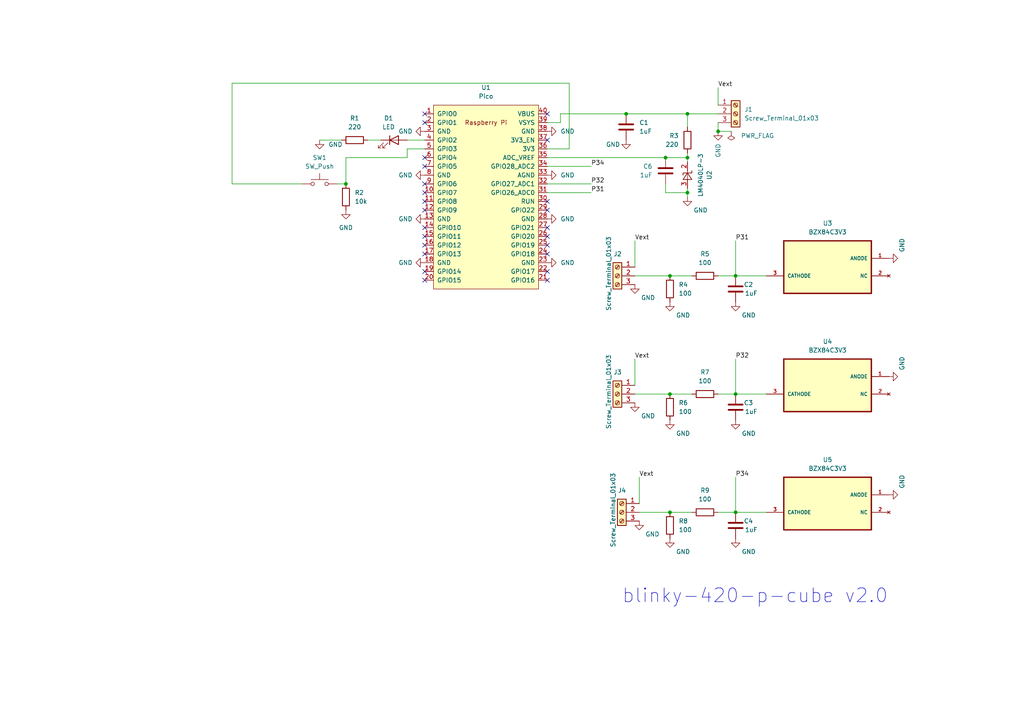
<source format=kicad_sch>
(kicad_sch (version 20230121) (generator eeschema)
  (paper "A4")
  (lib_symbols
    (symbol "BZX84C3V3:BZX84C3V3" (pin_names (offset 1.016))
      (property "Reference" "U" (at -5.2093 8.0045 0))
      (property "Value" "BZX84C3V3" (at -3.7961 -15.0823 0))
      (symbol "BZX84C3V3_0_0"
        (rectangle (start -12.7 -10.16) (end 12.7 5.08) (stroke (width 0.4064)) (fill (type background)))
        (pin passive line (at -17.78 0 0) (length 5.08) (name "ANODE") (number "1"))
        (pin no_connect line (at -17.78 -5.08 0) (length 5.08) (name "NC") (number "2"))
        (pin passive line (at 17.78 -5.08 180) (length 5.08) (name "CATHODE") (number "3"))
      )
    )
    (symbol "Connector:Screw_Terminal_01x03" (pin_names (offset 1.016) hide)
      (property "Reference" "J" (at 0 5.08 0))
      (property "Value" "Screw_Terminal_01x03" (at 0 -5.08 0))
      (symbol "Screw_Terminal_01x03_1_1"
        (rectangle (start -1.27 3.81) (end 1.27 -3.81) (stroke (width 0.254)) (fill (type background)))
        (circle (center 0 -2.54) (radius 0.635) (stroke (width 0.1524)))
        (polyline (pts (xy -0.5334 -2.2098) (xy 0.3302 -3.048)) (stroke (width 0.1524)))
        (polyline (pts (xy -0.5334 0.3302) (xy 0.3302 -0.508)) (stroke (width 0.1524)))
        (polyline (pts (xy -0.5334 2.8702) (xy 0.3302 2.032)) (stroke (width 0.1524)))
        (polyline (pts (xy -0.3556 -2.032) (xy 0.508 -2.8702)) (stroke (width 0.1524)))
        (polyline (pts (xy -0.3556 0.508) (xy 0.508 -0.3302)) (stroke (width 0.1524)))
        (polyline (pts (xy -0.3556 3.048) (xy 0.508 2.2098)) (stroke (width 0.1524)))
        (circle (center 0 0) (radius 0.635) (stroke (width 0.1524)))
        (circle (center 0 2.54) (radius 0.635) (stroke (width 0.1524)))
        (pin passive line (at -5.08 2.54 0) (length 3.81) (name "Pin_1") (number "1"))
        (pin passive line (at -5.08 0 0) (length 3.81) (name "Pin_2") (number "2"))
        (pin passive line (at -5.08 -2.54 0) (length 3.81) (name "Pin_3") (number "3"))
      )
    )
    (symbol "Device:C" (pin_numbers hide) (pin_names (offset 0.254))
      (property "Reference" "C" (at 0.635 2.54 0))
      (property "Value" "C" (at 0.635 -2.54 0))
      (symbol "C_0_1"
        (polyline (pts (xy -2.032 -0.762) (xy 2.032 -0.762)) (stroke (width 0.508)))
        (polyline (pts (xy -2.032 0.762) (xy 2.032 0.762)) (stroke (width 0.508)))
      )
      (symbol "C_1_1"
        (pin passive line (at 0 3.81 270) (length 2.794) (name "~") (number "1"))
        (pin passive line (at 0 -3.81 90) (length 2.794) (name "~") (number "2"))
      )
    )
    (symbol "Device:LED" (pin_numbers hide) (pin_names (offset 1.016) hide)
      (property "Reference" "D" (at 0 2.54 0))
      (property "Value" "LED" (at 0 -2.54 0))
      (symbol "LED_0_1"
        (polyline (pts (xy -1.27 -1.27) (xy -1.27 1.27)) (stroke (width 0.254)))
        (polyline (pts (xy -1.27 0) (xy 1.27 0)))
        (polyline (pts (xy 1.27 -1.27) (xy 1.27 1.27) (xy -1.27 0) (xy 1.27 -1.27)) (stroke (width 0.254)))
        (polyline (pts (xy -3.048 -0.762) (xy -4.572 -2.286) (xy -3.81 -2.286) (xy -4.572 -2.286) (xy -4.572 -1.524)))
        (polyline (pts (xy -1.778 -0.762) (xy -3.302 -2.286) (xy -2.54 -2.286) (xy -3.302 -2.286) (xy -3.302 -1.524)))
      )
      (symbol "LED_1_1"
        (pin passive line (at -3.81 0 0) (length 2.54) (name "K") (number "1"))
        (pin passive line (at 3.81 0 180) (length 2.54) (name "A") (number "2"))
      )
    )
    (symbol "Device:R" (pin_numbers hide) (pin_names (offset 0))
      (property "Reference" "R" (at 2.032 0 90))
      (property "Value" "R" (at 0 0 90))
      (symbol "R_0_1"
        (rectangle (start -1.016 -2.54) (end 1.016 2.54) (stroke (width 0.254)))
      )
      (symbol "R_1_1"
        (pin passive line (at 0 3.81 270) (length 1.27) (name "~") (number "1"))
        (pin passive line (at 0 -3.81 90) (length 1.27) (name "~") (number "2"))
      )
    )
    (symbol "MCU_RaspberryPi_and_Boards:Pico" (pin_names (offset 1.016))
      (property "Reference" "U1" (at 0 31.75 0))
      (property "Value" "Pico" (at 0 29.21 0))
      (symbol "Pico_0_0"
        (text "Raspberry Pi" (at 0 21.59 0) (effects (font (size 1.27 1.27))))
      )
      (symbol "Pico_0_1"
        (rectangle (start -15.24 26.67) (end 15.24 -26.67) (fill (type background)))
      )
      (symbol "Pico_1_1"
        (pin bidirectional line (at -17.78 24.13 0) (length 2.54) (name "GPIO0") (number "1"))
        (pin bidirectional line (at -17.78 1.27 0) (length 2.54) (name "GPIO7") (number "10"))
        (pin bidirectional line (at -17.78 -1.27 0) (length 2.54) (name "GPIO8") (number "11"))
        (pin bidirectional line (at -17.78 -3.81 0) (length 2.54) (name "GPIO9") (number "12"))
        (pin power_in line (at -17.78 -6.35 0) (length 2.54) (name "GND") (number "13"))
        (pin bidirectional line (at -17.78 -8.89 0) (length 2.54) (name "GPIO10") (number "14"))
        (pin bidirectional line (at -17.78 -11.43 0) (length 2.54) (name "GPIO11") (number "15"))
        (pin bidirectional line (at -17.78 -13.97 0) (length 2.54) (name "GPIO12") (number "16"))
        (pin bidirectional line (at -17.78 -16.51 0) (length 2.54) (name "GPIO13") (number "17"))
        (pin power_in line (at -17.78 -19.05 0) (length 2.54) (name "GND") (number "18"))
        (pin bidirectional line (at -17.78 -21.59 0) (length 2.54) (name "GPIO14") (number "19"))
        (pin bidirectional line (at -17.78 21.59 0) (length 2.54) (name "GPIO1") (number "2"))
        (pin bidirectional line (at -17.78 -24.13 0) (length 2.54) (name "GPIO15") (number "20"))
        (pin bidirectional line (at 17.78 -24.13 180) (length 2.54) (name "GPIO16") (number "21"))
        (pin bidirectional line (at 17.78 -21.59 180) (length 2.54) (name "GPIO17") (number "22"))
        (pin power_in line (at 17.78 -19.05 180) (length 2.54) (name "GND") (number "23"))
        (pin bidirectional line (at 17.78 -16.51 180) (length 2.54) (name "GPIO18") (number "24"))
        (pin bidirectional line (at 17.78 -13.97 180) (length 2.54) (name "GPIO19") (number "25"))
        (pin bidirectional line (at 17.78 -11.43 180) (length 2.54) (name "GPIO20") (number "26"))
        (pin bidirectional line (at 17.78 -8.89 180) (length 2.54) (name "GPIO21") (number "27"))
        (pin power_in line (at 17.78 -6.35 180) (length 2.54) (name "GND") (number "28"))
        (pin bidirectional line (at 17.78 -3.81 180) (length 2.54) (name "GPIO22") (number "29"))
        (pin power_in line (at -17.78 19.05 0) (length 2.54) (name "GND") (number "3"))
        (pin input line (at 17.78 -1.27 180) (length 2.54) (name "RUN") (number "30"))
        (pin bidirectional line (at 17.78 1.27 180) (length 2.54) (name "GPIO26_ADC0") (number "31"))
        (pin bidirectional line (at 17.78 3.81 180) (length 2.54) (name "GPIO27_ADC1") (number "32"))
        (pin power_in line (at 17.78 6.35 180) (length 2.54) (name "AGND") (number "33"))
        (pin bidirectional line (at 17.78 8.89 180) (length 2.54) (name "GPIO28_ADC2") (number "34"))
        (pin input line (at 17.78 11.43 180) (length 2.54) (name "ADC_VREF") (number "35"))
        (pin output line (at 17.78 13.97 180) (length 2.54) (name "3V3") (number "36"))
        (pin input line (at 17.78 16.51 180) (length 2.54) (name "3V3_EN") (number "37"))
        (pin bidirectional line (at 17.78 19.05 180) (length 2.54) (name "GND") (number "38"))
        (pin output line (at 17.78 21.59 180) (length 2.54) (name "VSYS") (number "39"))
        (pin bidirectional line (at -17.78 16.51 0) (length 2.54) (name "GPIO2") (number "4"))
        (pin power_in line (at 17.78 24.13 180) (length 2.54) (name "VBUS") (number "40"))
        (pin bidirectional line (at -17.78 13.97 0) (length 2.54) (name "GPIO3") (number "5"))
        (pin bidirectional line (at -17.78 11.43 0) (length 2.54) (name "GPIO4") (number "6"))
        (pin bidirectional line (at -17.78 8.89 0) (length 2.54) (name "GPIO5") (number "7"))
        (pin power_in line (at -17.78 6.35 0) (length 2.54) (name "GND") (number "8"))
        (pin bidirectional line (at -17.78 3.81 0) (length 2.54) (name "GPIO6") (number "9"))
      )
    )
    (symbol "Reference_Voltage:LM4040LP-3" (pin_names (offset 0.0254) hide)
      (property "Reference" "U" (at 0 2.54 0))
      (property "Value" "LM4040LP-3" (at 0 -3.175 0))
      (symbol "LM4040LP-3_0_1"
        (polyline (pts (xy -1.27 0) (xy 0 0) (xy 1.27 0)))
        (polyline (pts (xy -1.27 -1.27) (xy 0.635 0) (xy -1.27 1.27) (xy -1.27 -1.27)) (stroke (width 0.2032)))
        (polyline (pts (xy 0 -1.27) (xy 0.635 -1.27) (xy 0.635 1.27) (xy 1.27 1.27)) (stroke (width 0.2032)))
      )
      (symbol "LM4040LP-3_1_1"
        (pin passive line (at 3.81 0 180) (length 2.54) (name "K") (number "2"))
        (pin passive line (at -3.81 0 0) (length 2.54) (name "A") (number "3"))
      )
    )
    (symbol "Switch:SW_Push" (pin_numbers hide) (pin_names (offset 1.016) hide)
      (property "Reference" "SW" (at 1.27 2.54 0))
      (property "Value" "SW_Push" (at 0 -1.524 0))
      (symbol "SW_Push_0_1"
        (circle (center -2.032 0) (radius 0.508))
        (polyline (pts (xy 0 1.27) (xy 0 3.048)))
        (polyline (pts (xy 2.54 1.27) (xy -2.54 1.27)))
        (circle (center 2.032 0) (radius 0.508))
        (pin passive line (at -5.08 0 0) (length 2.54) (name "1") (number "1"))
        (pin passive line (at 5.08 0 180) (length 2.54) (name "2") (number "2"))
      )
    )
    (symbol "power:GND" (power) (pin_names (offset 0))
      (property "Value" "GND" (at 0 -3.81 0))
      (symbol "GND_0_1"
        (polyline (pts (xy 0 0) (xy 0 -1.27) (xy 1.27 -1.27) (xy 0 -2.54) (xy -1.27 -1.27) (xy 0 -1.27)))
      )
      (symbol "GND_1_1"
        (pin power_in line (at 0 0 270) (length 0) hide (name "GND") (number "1"))
      )
    )
    (symbol "power:PWR_FLAG" (power) (pin_numbers hide) (pin_names (offset 0) hide)
      (property "Value" "PWR_FLAG" (at 0 3.81 0))
      (symbol "PWR_FLAG_0_0"
        (pin power_out line (at 0 0 90) (length 0) (name "pwr") (number "1"))
      )
      (symbol "PWR_FLAG_0_1"
        (polyline (pts (xy 0 0) (xy 0 1.27) (xy -1.016 1.905) (xy 0 2.54) (xy 1.016 1.905) (xy 0 1.27)))
      )
    )
  )
  (junction (at 199.39 55.88))
  (junction (at 199.39 33.02))
  (junction (at 194.31 148.59))
  (junction (at 193.04 45.72))
  (junction (at 213.36 148.59))
  (junction (at 208.28 38.1))
  (junction (at 181.61 33.02))
  (junction (at 213.36 80.01))
  (junction (at 194.31 80.01))
  (junction (at 199.39 45.72))
  (junction (at 194.31 114.3))
  (junction (at 100.33 53.34))
  (junction (at 213.36 114.3))
  (no_connect (at 123.19 33.02))
  (no_connect (at 158.75 60.96))
  (no_connect (at 158.75 78.74))
  (no_connect (at 123.19 45.72))
  (no_connect (at 158.75 33.02))
  (no_connect (at 123.19 66.04))
  (no_connect (at 158.75 81.28))
  (no_connect (at 158.75 58.42))
  (no_connect (at 123.19 48.26))
  (no_connect (at 158.75 66.04))
  (no_connect (at 123.19 55.88))
  (no_connect (at 123.19 53.34))
  (no_connect (at 123.19 73.66))
  (no_connect (at 123.19 58.42))
  (no_connect (at 123.19 81.28))
  (no_connect (at 123.19 60.96))
  (no_connect (at 158.75 71.12))
  (no_connect (at 123.19 68.58))
  (no_connect (at 123.19 35.56))
  (no_connect (at 123.19 78.74))
  (no_connect (at 158.75 68.58))
  (no_connect (at 158.75 73.66))
  (no_connect (at 158.75 40.64))
  (no_connect (at 123.19 71.12))
  (wire (pts (xy 118.11 45.72) (xy 100.33 45.72)))
  (wire (pts (xy 118.11 43.18) (xy 118.11 45.72)))
  (wire (pts (xy 213.36 138.43) (xy 213.36 148.59)))
  (wire (pts (xy 184.15 114.3) (xy 194.31 114.3)))
  (wire (pts (xy 193.04 55.88) (xy 199.39 55.88)))
  (wire (pts (xy 194.31 114.3) (xy 200.66 114.3)))
  (wire (pts (xy 208.28 35.56) (xy 208.28 38.1)))
  (wire (pts (xy 208.28 25.4) (xy 208.28 30.48)))
  (wire (pts (xy 158.75 48.26) (xy 171.45 48.26)))
  (wire (pts (xy 208.28 80.01) (xy 213.36 80.01)))
  (wire (pts (xy 181.61 33.02) (xy 199.39 33.02)))
  (wire (pts (xy 158.75 43.18) (xy 165.1 43.18)))
  (wire (pts (xy 199.39 33.02) (xy 208.28 33.02)))
  (wire (pts (xy 199.39 45.72) (xy 193.04 45.72)))
  (wire (pts (xy 100.33 45.72) (xy 100.33 53.34)))
  (wire (pts (xy 185.42 148.59) (xy 194.31 148.59)))
  (wire (pts (xy 106.68 40.64) (xy 110.49 40.64)))
  (wire (pts (xy 208.28 148.59) (xy 213.36 148.59)))
  (wire (pts (xy 184.15 69.85) (xy 184.15 77.47)))
  (wire (pts (xy 92.71 40.64) (xy 99.06 40.64)))
  (wire (pts (xy 213.36 69.85) (xy 213.36 80.01)))
  (wire (pts (xy 194.31 80.01) (xy 200.66 80.01)))
  (wire (pts (xy 199.39 55.88) (xy 199.39 57.15)))
  (wire (pts (xy 199.39 45.72) (xy 199.39 46.99)))
  (wire (pts (xy 194.31 148.59) (xy 200.66 148.59)))
  (wire (pts (xy 97.79 53.34) (xy 100.33 53.34)))
  (wire (pts (xy 185.42 138.43) (xy 185.42 146.05)))
  (wire (pts (xy 123.19 43.18) (xy 118.11 43.18)))
  (wire (pts (xy 158.75 35.56) (xy 162.56 35.56)))
  (wire (pts (xy 213.36 148.59) (xy 222.25 148.59)))
  (wire (pts (xy 184.15 104.14) (xy 184.15 111.76)))
  (wire (pts (xy 213.36 80.01) (xy 222.25 80.01)))
  (wire (pts (xy 158.75 45.72) (xy 193.04 45.72)))
  (wire (pts (xy 184.15 80.01) (xy 194.31 80.01)))
  (wire (pts (xy 67.31 53.34) (xy 87.63 53.34)))
  (wire (pts (xy 165.1 43.18) (xy 165.1 24.13)))
  (wire (pts (xy 208.28 114.3) (xy 213.36 114.3)))
  (wire (pts (xy 158.75 53.34) (xy 171.45 53.34)))
  (wire (pts (xy 213.36 114.3) (xy 222.25 114.3)))
  (wire (pts (xy 213.36 104.14) (xy 213.36 114.3)))
  (wire (pts (xy 158.75 55.88) (xy 171.45 55.88)))
  (wire (pts (xy 67.31 24.13) (xy 67.31 53.34)))
  (wire (pts (xy 118.11 40.64) (xy 123.19 40.64)))
  (wire (pts (xy 199.39 33.02) (xy 199.39 36.83)))
  (wire (pts (xy 199.39 54.61) (xy 199.39 55.88)))
  (wire (pts (xy 208.28 38.1) (xy 212.09 38.1)))
  (wire (pts (xy 162.56 33.02) (xy 181.61 33.02)))
  (wire (pts (xy 165.1 24.13) (xy 67.31 24.13)))
  (wire (pts (xy 199.39 44.45) (xy 199.39 45.72)))
  (wire (pts (xy 193.04 53.34) (xy 193.04 55.88)))
  (wire (pts (xy 162.56 35.56) (xy 162.56 33.02)))
  (text "blinky-420-p-cube v2.0" (at 180.34 175.26 0) (effects (font (size 4 4)) (justify left bottom)))
  (label "Vext" (at 184.15 104.14 0))
  (label "P32" (at 171.45 53.34 0))
  (label "Vext" (at 185.42 138.43 0))
  (label "P32" (at 213.36 104.14 0))
  (label "Vext" (at 184.15 69.85 0))
  (label "P34" (at 213.36 138.43 0))
  (label "P31" (at 171.45 55.88 0))
  (label "P34" (at 171.45 48.26 0))
  (label "P31" (at 213.36 69.85 0))
  (label "Vext" (at 208.28 25.4 0))
  (symbol (lib_id "power:GND") (at 123.19 38.1 270) (unit 1)
    (property "Reference" "#PWR03" (effects hide))
    (property "Value" "GND" (at 115.57 38.1 90) (effects (justify left)))
  )
  (symbol (lib_id "Device:R") (at 100.33 57.15 0) (unit 1)
    (property "Reference" "R2" (at 102.87 55.8799 0) (effects (justify left)))
    (property "Value" "10k" (at 102.87 58.4199 0) (effects (justify left)))
    (property "Footprint" "Resistor_SMD:R_1206_3216Metric_Pad1.30x1.75mm_HandSolder" (effects hide))
  )
  (symbol (lib_id "Device:C") (at 181.61 36.83 0) (unit 1)
    (property "Reference" "C1" (at 185.42 35.5599 0) (effects (justify left)))
    (property "Value" "1uF" (at 185.42 38.0999 0) (effects (justify left)))
    (property "Footprint" "Capacitor_SMD:C_1206_3216Metric_Pad1.33x1.80mm_HandSolder" (effects hide))
  )
  (symbol (lib_id "MCU_RaspberryPi_and_Boards:Pico") (at 140.97 57.15 0) (unit 1)
    (property "Reference" "U1" (at 140.97 25.4 0))
    (property "Value" "Pico" (at 140.97 27.94 0))
    (property "Footprint" "MCU_RaspberryPi_and_Boards:RPi_Pico_SMD_TH" (effects hide))
  )
  (symbol (lib_id "power:GND") (at 158.75 50.8 90) (unit 1)
    (property "Reference" "#PWR08" (effects hide))
    (property "Value" "GND" (at 162.56 50.7999 90) (effects (justify right)))
  )
  (symbol (lib_id "power:GND") (at 92.71 40.64 0) (unit 1)
    (property "Reference" "#PWR01" (effects hide))
    (property "Value" "GND" (at 95.25 41.9099 0) (effects (justify left)))
  )
  (symbol (lib_id "power:GND") (at 123.19 50.8 270) (unit 1)
    (property "Reference" "#PWR04" (effects hide))
    (property "Value" "GND" (at 115.57 50.8 90) (effects (justify left)))
  )
  (symbol (lib_id "Device:C") (at 213.36 118.11 0) (mirror y) (unit 1)
    (property "Reference" "C3" (at 218.44 116.84 0) (effects (justify left)))
    (property "Value" "1uF" (at 219.71 119.38 0) (effects (justify left)))
    (property "Footprint" "Capacitor_SMD:C_1206_3216Metric_Pad1.33x1.80mm_HandSolder" (effects hide))
  )
  (symbol (lib_id "Connector:Screw_Terminal_01x03") (at 179.07 80.01 0) (mirror y) (unit 1)
    (property "Reference" "J2" (at 180.34 73.66 0) (effects (justify left)))
    (property "Value" "Screw_Terminal_01x03" (at 176.53 90.17 90) (effects (justify left)))
    (property "Footprint" "TerminalBlock:TerminalBlock_bornier-3_P5.08mm" (effects hide))
  )
  (symbol (lib_id "BZX84C3V3:BZX84C3V3") (at 240.03 143.51 0) (mirror y) (unit 1)
    (property "Reference" "U5" (at 240.03 133.35 0))
    (property "Value" "BZX84C3V3" (at 240.03 135.89 0))
    (property "Footprint" "BZX84C3V3:SOT91P240X110-3N" (effects hide))
    (property "MF" "ON Semiconductor" (effects hide))
    (property "Description" "\nZener Diode 3.3 V 225 mW ±6% Surface Mount SOT-23-3 (TO-236)\n" (effects hide))
    (property "PACKAGE" "SOT-23-3" (effects hide))
    (property "MPN" "BZX84C3V3" (effects hide))
    (property "Price" "None" (effects hide))
    (property "Package" "SOT-23-3 ON Semiconductor" (effects hide))
    (property "OC_FARNELL" "1902458" (effects hide))
    (property "SnapEDA_Link" "https://www.snapeda.com/parts/BZX84-C3V3/Onsemi/view-part/?ref=snap" (effects hide))
    (property "MP" "BZX84-C3V3" (effects hide))
    (property "SUPPLIER" "DIODES INC." (effects hide))
    (property "OC_NEWARK" "55T1793" (effects hide))
    (property "Availability" "In Stock" (effects hide))
    (property "Check_prices" "https://www.snapeda.com/parts/BZX84-C3V3/Onsemi/view-part/?ref=eda" (effects hide))
  )
  (symbol (lib_id "power:GND") (at 213.36 121.92 0) (mirror y) (unit 1)
    (property "Reference" "#PWR019" (effects hide))
    (property "Value" "GND" (at 217.17 125.73 0))
  )
  (symbol (lib_id "power:GND") (at 184.15 116.84 0) (mirror y) (unit 1)
    (property "Reference" "#PWR024" (effects hide))
    (property "Value" "GND" (at 187.96 120.65 0))
  )
  (symbol (lib_id "Device:R") (at 194.31 152.4 180) (unit 1)
    (property "Reference" "R8" (at 196.85 151.13 0) (effects (justify right)))
    (property "Value" "100" (at 196.85 153.67 0) (effects (justify right)))
    (property "Footprint" "Resistor_SMD:R_1206_3216Metric_Pad1.30x1.75mm_HandSolder" (effects hide))
  )
  (symbol (lib_id "power:GND") (at 194.31 156.21 0) (mirror y) (unit 1)
    (property "Reference" "#PWR021" (effects hide))
    (property "Value" "GND" (at 198.12 160.02 0))
  )
  (symbol (lib_id "Device:R") (at 199.39 40.64 0) (mirror y) (unit 1)
    (property "Reference" "R3" (at 196.85 39.3699 0) (effects (justify left)))
    (property "Value" "220" (at 196.85 41.9099 0) (effects (justify left)))
    (property "Footprint" "Resistor_SMD:R_1206_3216Metric_Pad1.30x1.75mm_HandSolder" (effects hide))
  )
  (symbol (lib_id "power:GND") (at 123.19 76.2 270) (unit 1)
    (property "Reference" "#PWR06" (effects hide))
    (property "Value" "GND" (at 115.57 76.2 90) (effects (justify left)))
  )
  (symbol (lib_id "power:GND") (at 199.39 57.15 0) (mirror y) (unit 1)
    (property "Reference" "#PWR013" (effects hide))
    (property "Value" "GND" (at 203.2 60.96 0))
  )
  (symbol (lib_id "Device:R") (at 204.47 114.3 270) (unit 1)
    (property "Reference" "R7" (at 204.47 107.95 90))
    (property "Value" "100" (at 204.47 110.49 90))
    (property "Footprint" "Resistor_SMD:R_1206_3216Metric_Pad1.30x1.75mm_HandSolder" (effects hide))
  )
  (symbol (lib_id "power:GND") (at 194.31 121.92 0) (mirror y) (unit 1)
    (property "Reference" "#PWR018" (effects hide))
    (property "Value" "GND" (at 198.12 125.73 0))
  )
  (symbol (lib_id "Device:R") (at 194.31 83.82 180) (unit 1)
    (property "Reference" "R4" (at 196.85 82.55 0) (effects (justify right)))
    (property "Value" "100" (at 196.85 85.09 0) (effects (justify right)))
    (property "Footprint" "Resistor_SMD:R_1206_3216Metric_Pad1.30x1.75mm_HandSolder" (effects hide))
  )
  (symbol (lib_id "power:GND") (at 123.19 63.5 270) (unit 1)
    (property "Reference" "#PWR05" (effects hide))
    (property "Value" "GND" (at 115.57 63.5 90) (effects (justify left)))
  )
  (symbol (lib_id "Device:R") (at 102.87 40.64 90) (unit 1)
    (property "Reference" "R1" (at 102.87 34.29 90))
    (property "Value" "220" (at 102.87 36.83 90))
    (property "Footprint" "Resistor_SMD:R_1206_3216Metric_Pad1.30x1.75mm_HandSolder" (effects hide))
  )
  (symbol (lib_id "power:GND") (at 257.81 109.22 90) (mirror x) (unit 1)
    (property "Reference" "#PWR020" (effects hide))
    (property "Value" "GND" (at 261.62 105.41 0))
  )
  (symbol (lib_id "Connector:Screw_Terminal_01x03") (at 213.36 33.02 0) (unit 1)
    (property "Reference" "J1" (at 215.9 31.7499 0) (effects (justify left)))
    (property "Value" "Screw_Terminal_01x03" (at 215.9 34.2899 0) (effects (justify left)))
    (property "Footprint" "TerminalBlock:TerminalBlock_bornier-3_P5.08mm" (effects hide))
  )
  (symbol (lib_id "Device:C") (at 193.04 49.53 0) (mirror y) (unit 1)
    (property "Reference" "C6" (at 189.23 48.2599 0) (effects (justify left)))
    (property "Value" "1uF" (at 189.23 50.7999 0) (effects (justify left)))
    (property "Footprint" "Capacitor_SMD:C_1206_3216Metric_Pad1.33x1.80mm_HandSolder" (effects hide))
  )
  (symbol (lib_id "Switch:SW_Push") (at 92.71 53.34 0) (unit 1)
    (property "Reference" "SW1" (at 92.71 45.72 0))
    (property "Value" "SW_Push" (at 92.71 48.26 0))
    (property "Footprint" "Button_Switch_THT:SW_PUSH_6mm" (effects hide))
  )
  (symbol (lib_id "Connector:Screw_Terminal_01x03") (at 179.07 114.3 0) (mirror y) (unit 1)
    (property "Reference" "J3" (at 180.34 107.95 0) (effects (justify left)))
    (property "Value" "Screw_Terminal_01x03" (at 176.53 124.46 90) (effects (justify left)))
    (property "Footprint" "TerminalBlock:TerminalBlock_bornier-3_P5.08mm" (effects hide))
  )
  (symbol (lib_id "Device:C") (at 213.36 83.82 0) (mirror y) (unit 1)
    (property "Reference" "C2" (at 218.44 82.55 0) (effects (justify left)))
    (property "Value" "1uF" (at 219.71 85.09 0) (effects (justify left)))
    (property "Footprint" "Capacitor_SMD:C_1206_3216Metric_Pad1.33x1.80mm_HandSolder" (effects hide))
  )
  (symbol (lib_id "power:GND") (at 181.61 40.64 0) (unit 1)
    (property "Reference" "#PWR011" (effects hide))
    (property "Value" "GND" (at 177.8 41.91 0))
  )
  (symbol (lib_id "BZX84C3V3:BZX84C3V3") (at 240.03 109.22 0) (mirror y) (unit 1)
    (property "Reference" "U4" (at 240.03 99.06 0))
    (property "Value" "BZX84C3V3" (at 240.03 101.6 0))
    (property "Footprint" "BZX84C3V3:SOT91P240X110-3N" (effects hide))
    (property "MF" "ON Semiconductor" (effects hide))
    (property "Description" "\nZener Diode 3.3 V 225 mW ±6% Surface Mount SOT-23-3 (TO-236)\n" (effects hide))
    (property "PACKAGE" "SOT-23-3" (effects hide))
    (property "MPN" "BZX84C3V3" (effects hide))
    (property "Price" "None" (effects hide))
    (property "Package" "SOT-23-3 ON Semiconductor" (effects hide))
    (property "OC_FARNELL" "1902458" (effects hide))
    (property "SnapEDA_Link" "https://www.snapeda.com/parts/BZX84-C3V3/Onsemi/view-part/?ref=snap" (effects hide))
    (property "MP" "BZX84-C3V3" (effects hide))
    (property "SUPPLIER" "DIODES INC." (effects hide))
    (property "OC_NEWARK" "55T1793" (effects hide))
    (property "Availability" "In Stock" (effects hide))
    (property "Check_prices" "https://www.snapeda.com/parts/BZX84-C3V3/Onsemi/view-part/?ref=eda" (effects hide))
  )
  (symbol (lib_id "power:GND") (at 194.31 87.63 0) (mirror y) (unit 1)
    (property "Reference" "#PWR017" (effects hide))
    (property "Value" "GND" (at 198.12 91.44 0))
  )
  (symbol (lib_id "Reference_Voltage:LM4040LP-3") (at 199.39 50.8 270) (mirror x) (unit 1)
    (property "Reference" "U2" (at 205.74 50.8 0))
    (property "Value" "LM4040LP-3" (at 203.2 50.8 0))
    (property "Footprint" "Package_TO_SOT_THT:TO-92_Inline" (effects hide))
    (property "Datasheet" "http://www.ti.com/lit/ds/symlink/lm4040-n.pdf" (effects hide))
  )
  (symbol (lib_id "power:GND") (at 185.42 151.13 0) (mirror y) (unit 1)
    (property "Reference" "#PWR025" (effects hide))
    (property "Value" "GND" (at 189.23 154.94 0))
  )
  (symbol (lib_id "power:GND") (at 184.15 82.55 0) (mirror y) (unit 1)
    (property "Reference" "#PWR012" (effects hide))
    (property "Value" "GND" (at 187.96 86.36 0))
  )
  (symbol (lib_id "Device:R") (at 194.31 118.11 180) (unit 1)
    (property "Reference" "R6" (at 196.85 116.84 0) (effects (justify right)))
    (property "Value" "100" (at 196.85 119.38 0) (effects (justify right)))
    (property "Footprint" "Resistor_SMD:R_1206_3216Metric_Pad1.30x1.75mm_HandSolder" (effects hide))
  )
  (symbol (lib_id "power:GND") (at 158.75 38.1 90) (unit 1)
    (property "Reference" "#PWR07" (effects hide))
    (property "Value" "GND" (at 162.56 38.0999 90) (effects (justify right)))
  )
  (symbol (lib_id "Device:R") (at 204.47 80.01 270) (unit 1)
    (property "Reference" "R5" (at 204.47 73.66 90))
    (property "Value" "100" (at 204.47 76.2 90))
    (property "Footprint" "Resistor_SMD:R_1206_3216Metric_Pad1.30x1.75mm_HandSolder" (effects hide))
  )
  (symbol (lib_id "power:GND") (at 100.33 60.96 0) (unit 1)
    (property "Reference" "#PWR02" (effects hide))
    (property "Value" "GND" (at 100.33 66.04 0))
  )
  (symbol (lib_id "power:GND") (at 213.36 156.21 0) (mirror y) (unit 1)
    (property "Reference" "#PWR022" (effects hide))
    (property "Value" "GND" (at 217.17 160.02 0))
  )
  (symbol (lib_id "Device:C") (at 213.36 152.4 0) (mirror y) (unit 1)
    (property "Reference" "C4" (at 218.44 151.13 0) (effects (justify left)))
    (property "Value" "1uF" (at 219.71 153.67 0) (effects (justify left)))
    (property "Footprint" "Capacitor_SMD:C_1206_3216Metric_Pad1.33x1.80mm_HandSolder" (effects hide))
  )
  (symbol (lib_id "Device:R") (at 204.47 148.59 270) (unit 1)
    (property "Reference" "R9" (at 204.47 142.24 90))
    (property "Value" "100" (at 204.47 144.78 90))
    (property "Footprint" "Resistor_SMD:R_1206_3216Metric_Pad1.30x1.75mm_HandSolder" (effects hide))
  )
  (symbol (lib_id "power:GND") (at 158.75 63.5 90) (unit 1)
    (property "Reference" "#PWR09" (effects hide))
    (property "Value" "GND" (at 162.56 63.4999 90) (effects (justify right)))
  )
  (symbol (lib_id "power:GND") (at 213.36 87.63 0) (mirror y) (unit 1)
    (property "Reference" "#PWR016" (effects hide))
    (property "Value" "GND" (at 217.17 91.44 0))
  )
  (symbol (lib_id "power:GND") (at 257.81 143.51 90) (mirror x) (unit 1)
    (property "Reference" "#PWR023" (effects hide))
    (property "Value" "GND" (at 261.62 139.7 0))
  )
  (symbol (lib_id "Connector:Screw_Terminal_01x03") (at 180.34 148.59 0) (mirror y) (unit 1)
    (property "Reference" "J4" (at 181.61 142.24 0) (effects (justify left)))
    (property "Value" "Screw_Terminal_01x03" (at 177.8 158.75 90) (effects (justify left)))
    (property "Footprint" "TerminalBlock:TerminalBlock_bornier-3_P5.08mm" (effects hide))
  )
  (symbol (lib_id "power:GND") (at 158.75 76.2 90) (unit 1)
    (property "Reference" "#PWR010" (effects hide))
    (property "Value" "GND" (at 162.56 76.1999 90) (effects (justify right)))
  )
  (symbol (lib_id "power:GND") (at 208.28 38.1 0) (unit 1)
    (property "Reference" "#PWR014" (effects hide))
    (property "Value" "GND" (at 208.28 45.72 90) (effects (justify left)))
  )
  (symbol (lib_id "Device:LED") (at 114.3 40.64 0) (unit 1)
    (property "Reference" "D1" (at 112.7125 34.29 0))
    (property "Value" "LED" (at 112.7125 36.83 0))
    (property "Footprint" "LED_THT:LED_D5.0mm" (effects hide))
  )
  (symbol (lib_id "power:GND") (at 257.81 74.93 90) (mirror x) (unit 1)
    (property "Reference" "#PWR015" (effects hide))
    (property "Value" "GND" (at 261.62 71.12 0))
  )
  (symbol (lib_id "BZX84C3V3:BZX84C3V3") (at 240.03 74.93 0) (mirror y) (unit 1)
    (property "Reference" "U3" (at 240.03 64.77 0))
    (property "Value" "BZX84C3V3" (at 240.03 67.31 0))
    (property "Footprint" "BZX84C3V3:SOT91P240X110-3N" (effects hide))
    (property "MF" "ON Semiconductor" (effects hide))
    (property "Description" "\nZener Diode 3.3 V 225 mW ±6% Surface Mount SOT-23-3 (TO-236)\n" (effects hide))
    (property "PACKAGE" "SOT-23-3" (effects hide))
    (property "MPN" "BZX84C3V3" (effects hide))
    (property "Price" "None" (effects hide))
    (property "Package" "SOT-23-3 ON Semiconductor" (effects hide))
    (property "OC_FARNELL" "1902458" (effects hide))
    (property "SnapEDA_Link" "https://www.snapeda.com/parts/BZX84-C3V3/Onsemi/view-part/?ref=snap" (effects hide))
    (property "MP" "BZX84-C3V3" (effects hide))
    (property "SUPPLIER" "DIODES INC." (effects hide))
    (property "OC_NEWARK" "55T1793" (effects hide))
    (property "Availability" "In Stock" (effects hide))
    (property "Check_prices" "https://www.snapeda.com/parts/BZX84-C3V3/Onsemi/view-part/?ref=eda" (effects hide))
  )
  (symbol (lib_id "power:PWR_FLAG") (at 212.09 38.1 180) (unit 1)
    (property "Reference" "#FLG01" (effects hide))
    (property "Value" "PWR_FLAG" (at 219.71 39.37 0))
  )
)
</source>
